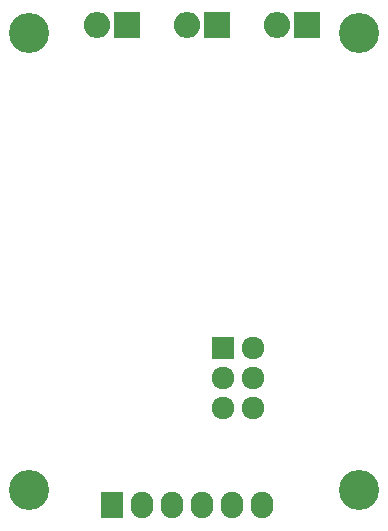
<source format=gbs>
G04 #@! TF.FileFunction,Soldermask,Bot*
%FSLAX46Y46*%
G04 Gerber Fmt 4.6, Leading zero omitted, Abs format (unit mm)*
G04 Created by KiCad (PCBNEW 4.0.4-1.fc25-product) date Wed Mar 29 11:33:43 2017*
%MOMM*%
%LPD*%
G01*
G04 APERTURE LIST*
%ADD10C,0.100000*%
%ADD11C,3.400000*%
%ADD12R,1.927200X1.927200*%
%ADD13O,1.927200X1.927200*%
%ADD14R,1.927200X2.232000*%
%ADD15O,1.927200X2.232000*%
%ADD16R,2.232000X2.232000*%
%ADD17O,2.232000X2.232000*%
G04 APERTURE END LIST*
D10*
D11*
X187325000Y-119380000D03*
X159385000Y-119380000D03*
X187325000Y-80645000D03*
D12*
X175768000Y-107315000D03*
D13*
X178308000Y-107315000D03*
X175768000Y-109855000D03*
X178308000Y-109855000D03*
X175768000Y-112395000D03*
X178308000Y-112395000D03*
D14*
X166370000Y-120650000D03*
D15*
X168910000Y-120650000D03*
X171450000Y-120650000D03*
X173990000Y-120650000D03*
X176530000Y-120650000D03*
X179070000Y-120650000D03*
D16*
X167640000Y-80010000D03*
D17*
X165100000Y-80010000D03*
D16*
X175260000Y-80010000D03*
D17*
X172720000Y-80010000D03*
D16*
X182880000Y-80010000D03*
D17*
X180340000Y-80010000D03*
D11*
X159385000Y-80645000D03*
M02*

</source>
